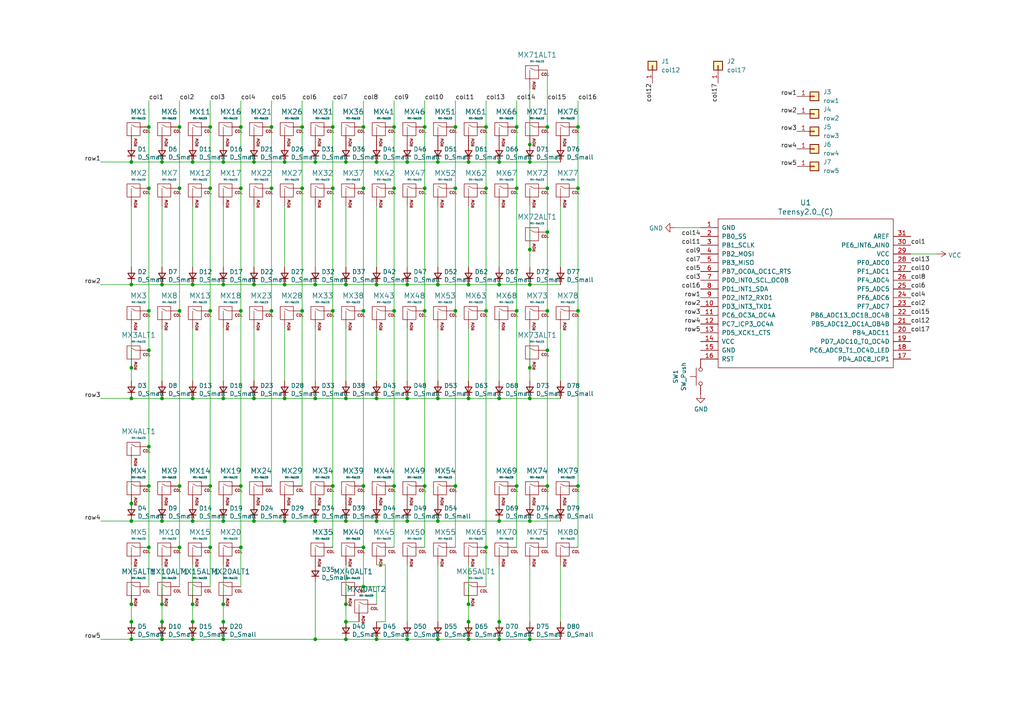
<source format=kicad_sch>
(kicad_sch (version 20211123) (generator eeschema)
  (paper "A4")
  (junction (at 38.1 106.68))
  (junction (at 87.63 36.83))
  (junction (at 132.08 140.97))
  (junction (at 100.33 46.99))
  (junction (at 153.67 72.39))
  (junction (at 52.07 36.83))
  (junction (at 127 151.13))
  (junction (at 158.75 140.97))
  (junction (at 105.41 170.18))
  (junction (at 153.67 82.55))
  (junction (at 105.41 54.61))
  (junction (at 135.89 46.99))
  (junction (at 46.99 175.26))
  (junction (at 135.89 175.26))
  (junction (at 43.18 90.17))
  (junction (at 96.52 36.83))
  (junction (at 69.85 90.17))
  (junction (at 114.3 90.17))
  (junction (at 118.11 151.13))
  (junction (at 64.77 151.13))
  (junction (at 135.89 180.34))
  (junction (at 118.11 185.42))
  (junction (at 46.99 115.57))
  (junction (at 69.85 36.83))
  (junction (at 167.64 140.97))
  (junction (at 153.67 46.99))
  (junction (at 96.52 140.97))
  (junction (at 109.22 115.57))
  (junction (at 109.22 46.99))
  (junction (at 64.77 46.99))
  (junction (at 55.88 115.57))
  (junction (at 46.99 185.42))
  (junction (at 64.77 185.42))
  (junction (at 43.18 158.75))
  (junction (at 149.86 90.17))
  (junction (at 55.88 151.13))
  (junction (at 132.08 90.17))
  (junction (at 167.64 90.17))
  (junction (at 52.07 54.61))
  (junction (at 43.18 140.97))
  (junction (at 100.33 151.13))
  (junction (at 64.77 115.57))
  (junction (at 55.88 82.55))
  (junction (at 153.67 106.68))
  (junction (at 38.1 175.26))
  (junction (at 140.97 54.61))
  (junction (at 123.19 54.61))
  (junction (at 105.41 140.97))
  (junction (at 144.78 46.99))
  (junction (at 55.88 46.99))
  (junction (at 52.07 158.75))
  (junction (at 149.86 54.61))
  (junction (at 105.41 90.17))
  (junction (at 105.41 36.83))
  (junction (at 123.19 140.97))
  (junction (at 60.96 90.17))
  (junction (at 153.67 115.57))
  (junction (at 69.85 140.97))
  (junction (at 153.67 41.91))
  (junction (at 158.75 36.83))
  (junction (at 127 82.55))
  (junction (at 144.78 115.57))
  (junction (at 118.11 46.99))
  (junction (at 140.97 36.83))
  (junction (at 73.66 115.57))
  (junction (at 55.88 180.34))
  (junction (at 38.1 185.42))
  (junction (at 91.44 46.99))
  (junction (at 144.78 185.42))
  (junction (at 100.33 115.57))
  (junction (at 100.33 185.42))
  (junction (at 38.1 180.34))
  (junction (at 60.96 158.75))
  (junction (at 38.1 115.57))
  (junction (at 91.44 185.42))
  (junction (at 153.67 151.13))
  (junction (at 43.18 36.83))
  (junction (at 46.99 46.99))
  (junction (at 118.11 115.57))
  (junction (at 135.89 82.55))
  (junction (at 73.66 151.13))
  (junction (at 118.11 82.55))
  (junction (at 78.74 36.83))
  (junction (at 153.67 185.42))
  (junction (at 43.18 129.54))
  (junction (at 43.18 54.61))
  (junction (at 158.75 54.61))
  (junction (at 123.19 36.83))
  (junction (at 55.88 175.26))
  (junction (at 167.64 36.83))
  (junction (at 135.89 115.57))
  (junction (at 78.74 90.17))
  (junction (at 87.63 90.17))
  (junction (at 82.55 82.55))
  (junction (at 69.85 54.61))
  (junction (at 96.52 54.61))
  (junction (at 109.22 82.55))
  (junction (at 158.75 101.6))
  (junction (at 38.1 46.99))
  (junction (at 52.07 140.97))
  (junction (at 60.96 54.61))
  (junction (at 46.99 151.13))
  (junction (at 82.55 115.57))
  (junction (at 43.18 101.6))
  (junction (at 149.86 36.83))
  (junction (at 167.64 54.61))
  (junction (at 123.19 90.17))
  (junction (at 69.85 158.75))
  (junction (at 60.96 140.97))
  (junction (at 64.77 82.55))
  (junction (at 87.63 54.61))
  (junction (at 144.78 82.55))
  (junction (at 132.08 54.61))
  (junction (at 64.77 175.26))
  (junction (at 38.1 146.05))
  (junction (at 114.3 140.97))
  (junction (at 109.22 151.13))
  (junction (at 100.33 175.26))
  (junction (at 114.3 36.83))
  (junction (at 46.99 82.55))
  (junction (at 158.75 90.17))
  (junction (at 38.1 151.13))
  (junction (at 158.75 67.31))
  (junction (at 91.44 151.13))
  (junction (at 78.74 54.61))
  (junction (at 55.88 185.42))
  (junction (at 114.3 54.61))
  (junction (at 149.86 140.97))
  (junction (at 132.08 36.83))
  (junction (at 91.44 82.55))
  (junction (at 82.55 151.13))
  (junction (at 60.96 36.83))
  (junction (at 73.66 46.99))
  (junction (at 100.33 180.34))
  (junction (at 96.52 90.17))
  (junction (at 140.97 90.17))
  (junction (at 127 185.42))
  (junction (at 135.89 185.42))
  (junction (at 52.07 90.17))
  (junction (at 100.33 82.55))
  (junction (at 109.22 185.42))
  (junction (at 144.78 180.34))
  (junction (at 91.44 115.57))
  (junction (at 46.99 180.34))
  (junction (at 127 46.99))
  (junction (at 64.77 180.34))
  (junction (at 82.55 46.99))
  (junction (at 38.1 82.55))
  (junction (at 105.41 158.75))
  (junction (at 127 115.57))
  (junction (at 140.97 158.75))
  (junction (at 73.66 82.55))
  (junction (at 144.78 151.13))
  (wire (pts (xy 149.86 54.61) (xy 149.86 90.17)))
  (wire (pts (xy 96.52 36.83) (xy 96.52 54.61)))
  (wire (pts (xy 105.41 36.83) (xy 105.41 54.61)))
  (wire (pts (xy 38.1 82.55) (xy 29.21 82.55)))
  (wire (pts (xy 46.99 59.69) (xy 46.99 77.47)))
  (wire (pts (xy 64.77 151.13) (xy 55.88 151.13)))
  (wire (pts (xy 132.08 36.83) (xy 132.08 54.61)))
  (wire (pts (xy 144.78 82.55) (xy 135.89 82.55)))
  (wire (pts (xy 153.67 163.83) (xy 153.67 180.34)))
  (wire (pts (xy 153.67 95.25) (xy 153.67 106.68)))
  (wire (pts (xy 109.22 59.69) (xy 109.22 77.47)))
  (wire (pts (xy 153.67 59.69) (xy 153.67 72.39)))
  (wire (pts (xy 55.88 151.13) (xy 46.99 151.13)))
  (wire (pts (xy 55.88 163.83) (xy 55.88 175.26)))
  (wire (pts (xy 158.75 54.61) (xy 158.75 67.31)))
  (wire (pts (xy 127 151.13) (xy 118.11 151.13)))
  (wire (pts (xy 167.64 36.83) (xy 167.64 54.61)))
  (wire (pts (xy 149.86 90.17) (xy 149.86 140.97)))
  (wire (pts (xy 127 59.69) (xy 127 77.47)))
  (wire (pts (xy 91.44 82.55) (xy 82.55 82.55)))
  (wire (pts (xy 100.33 163.83) (xy 100.33 175.26)))
  (wire (pts (xy 135.89 46.99) (xy 127 46.99)))
  (wire (pts (xy 162.56 95.25) (xy 162.56 110.49)))
  (wire (pts (xy 43.18 158.75) (xy 43.18 170.18)))
  (wire (pts (xy 158.75 20.32) (xy 158.75 36.83)))
  (wire (pts (xy 127 82.55) (xy 118.11 82.55)))
  (wire (pts (xy 109.22 95.25) (xy 109.22 110.49)))
  (wire (pts (xy 144.78 185.42) (xy 153.67 185.42)))
  (wire (pts (xy 132.08 54.61) (xy 132.08 90.17)))
  (wire (pts (xy 46.99 182.88) (xy 46.99 180.34)))
  (wire (pts (xy 60.96 29.21) (xy 60.96 36.83)))
  (wire (pts (xy 167.64 54.61) (xy 167.64 90.17)))
  (wire (pts (xy 38.1 185.42) (xy 29.21 185.42)))
  (wire (pts (xy 87.63 36.83) (xy 87.63 54.61)))
  (wire (pts (xy 73.66 115.57) (xy 64.77 115.57)))
  (wire (pts (xy 153.67 72.39) (xy 153.67 77.47)))
  (wire (pts (xy 109.22 175.26) (xy 109.22 170.18)))
  (wire (pts (xy 55.88 82.55) (xy 46.99 82.55)))
  (wire (pts (xy 87.63 54.61) (xy 87.63 90.17)))
  (wire (pts (xy 73.66 95.25) (xy 73.66 110.49)))
  (wire (pts (xy 118.11 151.13) (xy 109.22 151.13)))
  (wire (pts (xy 140.97 158.75) (xy 140.97 170.18)))
  (wire (pts (xy 144.78 59.69) (xy 144.78 77.47)))
  (wire (pts (xy 153.67 106.68) (xy 153.67 110.49)))
  (wire (pts (xy 100.33 59.69) (xy 100.33 77.47)))
  (wire (pts (xy 100.33 180.34) (xy 104.14 180.34)))
  (wire (pts (xy 91.44 185.42) (xy 100.33 185.42)))
  (wire (pts (xy 52.07 54.61) (xy 52.07 90.17)))
  (wire (pts (xy 82.55 95.25) (xy 82.55 110.49)))
  (wire (pts (xy 158.75 67.31) (xy 158.75 90.17)))
  (wire (pts (xy 96.52 140.97) (xy 96.52 158.75)))
  (wire (pts (xy 52.07 90.17) (xy 52.07 140.97)))
  (wire (pts (xy 105.41 90.17) (xy 105.41 140.97)))
  (wire (pts (xy 64.77 180.34) (xy 64.77 182.88)))
  (wire (pts (xy 105.41 158.75) (xy 105.41 170.18)))
  (wire (pts (xy 46.99 46.99) (xy 38.1 46.99)))
  (wire (pts (xy 52.07 140.97) (xy 52.07 158.75)))
  (wire (pts (xy 140.97 36.83) (xy 140.97 54.61)))
  (wire (pts (xy 60.96 140.97) (xy 60.96 158.75)))
  (wire (pts (xy 162.56 82.55) (xy 153.67 82.55)))
  (wire (pts (xy 46.99 185.42) (xy 38.1 185.42)))
  (wire (pts (xy 78.74 29.21) (xy 78.74 36.83)))
  (wire (pts (xy 43.18 36.83) (xy 43.18 54.61)))
  (wire (pts (xy 118.11 185.42) (xy 109.22 185.42)))
  (wire (pts (xy 52.07 158.75) (xy 52.07 170.18)))
  (wire (pts (xy 140.97 90.17) (xy 140.97 158.75)))
  (wire (pts (xy 140.97 54.61) (xy 140.97 90.17)))
  (wire (pts (xy 38.1 59.69) (xy 38.1 77.47)))
  (wire (pts (xy 144.78 46.99) (xy 135.89 46.99)))
  (wire (pts (xy 69.85 36.83) (xy 69.85 54.61)))
  (wire (pts (xy 123.19 54.61) (xy 123.19 90.17)))
  (wire (pts (xy 100.33 82.55) (xy 91.44 82.55)))
  (wire (pts (xy 46.99 95.25) (xy 46.99 110.49)))
  (wire (pts (xy 38.1 95.25) (xy 38.1 106.68)))
  (wire (pts (xy 135.89 180.34) (xy 135.89 182.88)))
  (wire (pts (xy 123.19 29.21) (xy 123.19 36.83)))
  (wire (pts (xy 127 115.57) (xy 118.11 115.57)))
  (wire (pts (xy 43.18 90.17) (xy 43.18 101.6)))
  (wire (pts (xy 123.19 140.97) (xy 123.19 158.75)))
  (wire (pts (xy 114.3 54.61) (xy 114.3 90.17)))
  (wire (pts (xy 135.89 59.69) (xy 135.89 77.47)))
  (wire (pts (xy 118.11 115.57) (xy 109.22 115.57)))
  (wire (pts (xy 82.55 46.99) (xy 73.66 46.99)))
  (wire (pts (xy 153.67 25.4) (xy 153.67 41.91)))
  (wire (pts (xy 60.96 54.61) (xy 60.96 90.17)))
  (wire (pts (xy 91.44 115.57) (xy 82.55 115.57)))
  (wire (pts (xy 43.18 54.61) (xy 43.18 90.17)))
  (wire (pts (xy 127 163.83) (xy 127 180.34)))
  (wire (pts (xy 60.96 36.83) (xy 60.96 54.61)))
  (wire (pts (xy 114.3 90.17) (xy 114.3 140.97)))
  (wire (pts (xy 64.77 163.83) (xy 64.77 175.26)))
  (wire (pts (xy 55.88 175.26) (xy 55.88 180.34)))
  (wire (pts (xy 64.77 95.25) (xy 64.77 110.49)))
  (wire (pts (xy 73.66 151.13) (xy 64.77 151.13)))
  (wire (pts (xy 132.08 140.97) (xy 132.08 158.75)))
  (wire (pts (xy 46.99 115.57) (xy 38.1 115.57)))
  (wire (pts (xy 64.77 115.57) (xy 55.88 115.57)))
  (wire (pts (xy 111.76 180.34) (xy 109.22 180.34)))
  (wire (pts (xy 82.55 59.69) (xy 82.55 77.47)))
  (wire (pts (xy 43.18 129.54) (xy 43.18 140.97)))
  (wire (pts (xy 109.22 163.83) (xy 111.76 163.83)))
  (wire (pts (xy 158.75 140.97) (xy 158.75 158.75)))
  (wire (pts (xy 82.55 82.55) (xy 73.66 82.55)))
  (wire (pts (xy 38.1 151.13) (xy 29.21 151.13)))
  (wire (pts (xy 118.11 95.25) (xy 118.11 110.49)))
  (wire (pts (xy 78.74 90.17) (xy 78.74 140.97)))
  (wire (pts (xy 118.11 163.83) (xy 118.11 180.34)))
  (wire (pts (xy 132.08 90.17) (xy 132.08 140.97)))
  (wire (pts (xy 46.99 82.55) (xy 38.1 82.55)))
  (wire (pts (xy 135.89 185.42) (xy 127 185.42)))
  (wire (pts (xy 149.86 140.97) (xy 149.86 158.75)))
  (wire (pts (xy 144.78 46.99) (xy 153.67 46.99)))
  (wire (pts (xy 158.75 36.83) (xy 158.75 54.61)))
  (wire (pts (xy 114.3 29.21) (xy 114.3 36.83)))
  (wire (pts (xy 38.1 134.62) (xy 38.1 146.05)))
  (wire (pts (xy 38.1 180.34) (xy 38.1 182.88)))
  (wire (pts (xy 144.78 115.57) (xy 153.67 115.57)))
  (wire (pts (xy 82.55 115.57) (xy 73.66 115.57)))
  (wire (pts (xy 144.78 163.83) (xy 144.78 180.34)))
  (wire (pts (xy 96.52 54.61) (xy 96.52 90.17)))
  (wire (pts (xy 149.86 29.21) (xy 149.86 36.83)))
  (wire (pts (xy 46.99 163.83) (xy 46.99 175.26)))
  (wire (pts (xy 60.96 158.75) (xy 60.96 170.18)))
  (wire (pts (xy 60.96 90.17) (xy 60.96 140.97)))
  (wire (pts (xy 118.11 59.69) (xy 118.11 77.47)))
  (wire (pts (xy 100.33 151.13) (xy 91.44 151.13)))
  (wire (pts (xy 46.99 151.13) (xy 38.1 151.13)))
  (wire (pts (xy 38.1 46.99) (xy 29.21 46.99)))
  (wire (pts (xy 109.22 170.18) (xy 105.41 170.18)))
  (wire (pts (xy 149.86 36.83) (xy 149.86 54.61)))
  (wire (pts (xy 64.77 46.99) (xy 55.88 46.99)))
  (wire (pts (xy 135.89 163.83) (xy 135.89 175.26)))
  (wire (pts (xy 127 185.42) (xy 118.11 185.42)))
  (wire (pts (xy 69.85 54.61) (xy 69.85 90.17)))
  (wire (pts (xy 105.41 140.97) (xy 105.41 158.75)))
  (wire (pts (xy 69.85 90.17) (xy 69.85 140.97)))
  (wire (pts (xy 158.75 101.6) (xy 158.75 140.97)))
  (wire (pts (xy 135.89 175.26) (xy 135.89 180.34)))
  (wire (pts (xy 105.41 54.61) (xy 105.41 90.17)))
  (wire (pts (xy 123.19 90.17) (xy 123.19 140.97)))
  (wire (pts (xy 144.78 185.42) (xy 135.89 185.42)))
  (wire (pts (xy 167.64 29.21) (xy 167.64 36.83)))
  (wire (pts (xy 96.52 90.17) (xy 96.52 140.97)))
  (wire (pts (xy 64.77 59.69) (xy 64.77 77.47)))
  (wire (pts (xy 73.66 46.99) (xy 64.77 46.99)))
  (wire (pts (xy 69.85 140.97) (xy 69.85 158.75)))
  (wire (pts (xy 82.55 151.13) (xy 73.66 151.13)))
  (wire (pts (xy 46.99 180.34) (xy 46.99 175.26)))
  (wire (pts (xy 100.33 180.34) (xy 100.33 182.88)))
  (wire (pts (xy 109.22 115.57) (xy 100.33 115.57)))
  (wire (pts (xy 52.07 29.21) (xy 52.07 36.83)))
  (wire (pts (xy 162.56 185.42) (xy 153.67 185.42)))
  (wire (pts (xy 69.85 29.21) (xy 69.85 36.83)))
  (wire (pts (xy 162.56 59.69) (xy 162.56 77.47)))
  (wire (pts (xy 135.89 115.57) (xy 127 115.57)))
  (wire (pts (xy 109.22 46.99) (xy 100.33 46.99)))
  (wire (pts (xy 91.44 46.99) (xy 82.55 46.99)))
  (wire (pts (xy 135.89 95.25) (xy 135.89 110.49)))
  (wire (pts (xy 38.1 106.68) (xy 38.1 110.49)))
  (wire (pts (xy 109.22 185.42) (xy 100.33 185.42)))
  (wire (pts (xy 55.88 95.25) (xy 55.88 110.49)))
  (wire (pts (xy 78.74 36.83) (xy 78.74 54.61)))
  (wire (pts (xy 144.78 95.25) (xy 144.78 110.49)))
  (wire (pts (xy 87.63 29.21) (xy 87.63 36.83)))
  (wire (pts (xy 91.44 168.91) (xy 91.44 185.42)))
  (wire (pts (xy 73.66 59.69) (xy 73.66 77.47)))
  (wire (pts (xy 114.3 36.83) (xy 114.3 54.61)))
  (wire (pts (xy 111.76 163.83) (xy 111.76 180.34)))
  (wire (pts (xy 55.88 115.57) (xy 46.99 115.57)))
  (wire (pts (xy 38.1 163.83) (xy 38.1 175.26)))
  (wire (pts (xy 38.1 115.57) (xy 29.21 115.57)))
  (wire (pts (xy 162.56 46.99) (xy 153.67 46.99)))
  (wire (pts (xy 100.33 115.57) (xy 91.44 115.57)))
  (wire (pts (xy 64.77 175.26) (xy 64.77 180.34)))
  (wire (pts (xy 162.56 151.13) (xy 153.67 151.13)))
  (wire (pts (xy 64.77 82.55) (xy 55.88 82.55)))
  (wire (pts (xy 167.64 140.97) (xy 167.64 158.75)))
  (wire (pts (xy 132.08 29.21) (xy 132.08 36.83)))
  (wire (pts (xy 123.19 36.83) (xy 123.19 54.61)))
  (wire (pts (xy 167.64 90.17) (xy 167.64 140.97)))
  (wire (pts (xy 162.56 163.83) (xy 162.56 180.34)))
  (wire (pts (xy 64.77 185.42) (xy 55.88 185.42)))
  (wire (pts (xy 162.56 115.57) (xy 153.67 115.57)))
  (wire (pts (xy 73.66 82.55) (xy 64.77 82.55)))
  (wire (pts (xy 43.18 140.97) (xy 43.18 158.75)))
  (wire (pts (xy 118.11 46.99) (xy 109.22 46.99)))
  (wire (pts (xy 100.33 175.26) (xy 100.33 180.34)))
  (wire (pts (xy 144.78 82.55) (xy 153.67 82.55)))
  (wire (pts (xy 109.22 151.13) (xy 100.33 151.13)))
  (wire (pts (xy 55.88 59.69) (xy 55.88 77.47)))
  (wire (pts (xy 55.88 46.99) (xy 46.99 46.99)))
  (wire (pts (xy 91.44 95.25) (xy 91.44 110.49)))
  (wire (pts (xy 144.78 182.88) (xy 144.78 180.34)))
  (wire (pts (xy 38.1 175.26) (xy 38.1 180.34)))
  (wire (pts (xy 43.18 101.6) (xy 43.18 129.54)))
  (wire (pts (xy 158.75 90.17) (xy 158.75 101.6)))
  (wire (pts (xy 144.78 151.13) (xy 153.67 151.13)))
  (wire (pts (xy 127 151.13) (xy 144.78 151.13)))
  (wire (pts (xy 127 95.25) (xy 127 110.49)))
  (wire (pts (xy 127 46.99) (xy 118.11 46.99)))
  (wire (pts (xy 91.44 151.13) (xy 82.55 151.13)))
  (wire (pts (xy 105.41 29.21) (xy 105.41 36.83)))
  (wire (pts (xy 78.74 54.61) (xy 78.74 90.17)))
  (wire (pts (xy 114.3 140.97) (xy 114.3 158.75)))
  (wire (pts (xy 264.16 73.66) (xy 271.78 73.66)))
  (wire (pts (xy 52.07 36.83) (xy 52.07 54.61)))
  (wire (pts (xy 87.63 90.17) (xy 87.63 140.97)))
  (wire (pts (xy 64.77 185.42) (xy 91.44 185.42)))
  (wire (pts (xy 43.18 29.21) (xy 43.18 36.83)))
  (wire (pts (xy 100.33 46.99) (xy 91.44 46.99)))
  (wire (pts (xy 55.88 182.88) (xy 55.88 180.34)))
  (wire (pts (xy 203.2 66.04) (xy 195.58 66.04)))
  (wire (pts (xy 55.88 185.42) (xy 46.99 185.42)))
  (wire (pts (xy 69.85 158.75) (xy 69.85 170.18)))
  (wire (pts (xy 135.89 82.55) (xy 127 82.55)))
  (wire (pts (xy 100.33 95.25) (xy 100.33 110.49)))
  (wire (pts (xy 96.52 29.21) (xy 96.52 36.83)))
  (wire (pts (xy 109.22 82.55) (xy 100.33 82.55)))
  (wire (pts (xy 91.44 59.69) (xy 91.44 77.47)))
  (wire (pts (xy 135.89 115.57) (xy 144.78 115.57)))
  (wire (pts (xy 140.97 29.21) (xy 140.97 36.83)))
  (wire (pts (xy 118.11 82.55) (xy 109.22 82.55)))
  (label "col7" (at 203.2 76.2 180))
  (label "col11" (at 132.08 29.21 0))
  (label "col14" (at 149.86 29.21 0))
  (label "col17" (at 208.28 24.13 270))
  (label "row4" (at 203.2 93.98 180))
  (label "row2" (at 29.21 82.55 180))
  (label "col4" (at 264.16 86.36 0))
  (label "row4" (at 29.21 151.13 180))
  (label "col12" (at 189.23 24.13 270))
  (label "col10" (at 264.16 78.74 0))
  (label "row3" (at 29.21 115.57 180))
  (label "col13" (at 264.16 76.2 0))
  (label "col9" (at 114.3 29.21 0))
  (label "col11" (at 203.2 71.12 180))
  (label "row1" (at 203.2 86.36 180))
  (label "col6" (at 264.16 83.82 0))
  (label "col7" (at 96.52 29.21 0))
  (label "row5" (at 29.21 185.42 180))
  (label "col8" (at 264.16 81.28 0))
  (label "row2" (at 231.14 33.02 180))
  (label "col17" (at 264.16 96.52 0))
  (label "row2" (at 203.2 88.9 180))
  (label "col13" (at 140.97 29.21 0))
  (label "col8" (at 105.41 29.21 0))
  (label "col2" (at 264.16 88.9 0))
  (label "col10" (at 123.19 29.21 0))
  (label "col5" (at 203.2 78.74 180))
  (label "row5" (at 203.2 96.52 180))
  (label "row3" (at 203.2 91.44 180))
  (label "col15" (at 158.75 29.21 0))
  (label "col2" (at 52.07 29.21 0))
  (label "row5" (at 231.14 48.26 180))
  (label "row1" (at 231.14 27.94 180))
  (label "row3" (at 231.14 38.1 180))
  (label "col15" (at 264.16 91.44 0))
  (label "col5" (at 78.74 29.21 0))
  (label "col1" (at 264.16 71.12 0))
  (label "row1" (at 29.21 46.99 180))
  (label "col16" (at 167.64 29.21 0))
  (label "col12" (at 264.16 93.98 0))
  (label "col14" (at 203.2 68.58 180))
  (label "col1" (at 43.18 29.21 0))
  (label "col9" (at 203.2 73.66 180))
  (label "col3" (at 60.96 29.21 0))
  (label "col16" (at 203.2 83.82 180))
  (label "col6" (at 87.63 29.21 0))
  (label "col4" (at 69.85 29.21 0))
  (label "row4" (at 231.14 43.18 180))
  (label "col3" (at 203.2 81.28 180))
  (symbol (lib_id "MX_Alps_Hybrid:MX-NoLED") (at 39.37 38.1 0) (unit 1)
    (property "Reference" "MX1" (at 40.2082 32.4358 0) (effects (font (size 1.524 1.524))))
    (property "Value" "MX-NoLED" (at 40.2082 34.3154 0) (effects (font (size 0.508 0.508))))
    (property "Footprint" "MX Only:MXOnly-1U-NoLED" (effects hide))
  )
  (symbol (lib_id "MX_Alps_Hybrid:MX-NoLED") (at 48.26 38.1 0) (unit 1)
    (property "Reference" "MX6" (at 49.0982 32.4358 0) (effects (font (size 1.524 1.524))))
    (property "Value" "MX-NoLED" (at 49.0982 34.3154 0) (effects (font (size 0.508 0.508))))
    (property "Footprint" "MX Only:MXOnly-1U-NoLED" (effects hide))
  )
  (symbol (lib_id "MX_Alps_Hybrid:MX-NoLED") (at 57.15 38.1 0) (unit 1)
    (property "Reference" "MX11" (at 57.9882 32.4358 0) (effects (font (size 1.524 1.524))))
    (property "Value" "MX-NoLED" (at 57.9882 34.3154 0) (effects (font (size 0.508 0.508))))
    (property "Footprint" "MX Only:MXOnly-1U-NoLED" (effects hide))
  )
  (symbol (lib_id "MX_Alps_Hybrid:MX-NoLED") (at 66.04 38.1 0) (unit 1)
    (property "Reference" "MX16" (at 66.8782 32.4358 0) (effects (font (size 1.524 1.524))))
    (property "Value" "MX-NoLED" (at 66.8782 34.3154 0) (effects (font (size 0.508 0.508))))
    (property "Footprint" "MX Only:MXOnly-1U-NoLED" (effects hide))
  )
  (symbol (lib_id "MX_Alps_Hybrid:MX-NoLED") (at 74.93 38.1 0) (unit 1)
    (property "Reference" "MX21" (at 75.7682 32.4358 0) (effects (font (size 1.524 1.524))))
    (property "Value" "MX-NoLED" (at 75.7682 34.3154 0) (effects (font (size 0.508 0.508))))
    (property "Footprint" "MX Only:MXOnly-1U-NoLED" (effects hide))
  )
  (symbol (lib_id "MX_Alps_Hybrid:MX-NoLED") (at 83.82 38.1 0) (unit 1)
    (property "Reference" "MX26" (at 84.6582 32.4358 0) (effects (font (size 1.524 1.524))))
    (property "Value" "MX-NoLED" (at 84.6582 34.3154 0) (effects (font (size 0.508 0.508))))
    (property "Footprint" "MX Only:MXOnly-1U-NoLED" (effects hide))
  )
  (symbol (lib_id "MX_Alps_Hybrid:MX-NoLED") (at 92.71 38.1 0) (unit 1)
    (property "Reference" "MX31" (at 93.5482 32.4358 0) (effects (font (size 1.524 1.524))))
    (property "Value" "MX-NoLED" (at 93.5482 34.3154 0) (effects (font (size 0.508 0.508))))
    (property "Footprint" "MX Only:MXOnly-1U-NoLED" (effects hide))
  )
  (symbol (lib_id "MX_Alps_Hybrid:MX-NoLED") (at 101.6 38.1 0) (unit 1)
    (property "Reference" "MX36" (at 102.4382 32.4358 0) (effects (font (size 1.524 1.524))))
    (property "Value" "MX-NoLED" (at 102.4382 34.3154 0) (effects (font (size 0.508 0.508))))
    (property "Footprint" "MX Only:MXOnly-1U-NoLED" (effects hide))
  )
  (symbol (lib_id "MX_Alps_Hybrid:MX-NoLED") (at 110.49 38.1 0) (unit 1)
    (property "Reference" "MX41" (at 111.3282 32.4358 0) (effects (font (size 1.524 1.524))))
    (property "Value" "MX-NoLED" (at 111.3282 34.3154 0) (effects (font (size 0.508 0.508))))
    (property "Footprint" "MX Only:MXOnly-1U-NoLED" (effects hide))
  )
  (symbol (lib_id "MX_Alps_Hybrid:MX-NoLED") (at 119.38 38.1 0) (unit 1)
    (property "Reference" "MX46" (at 120.2182 32.4358 0) (effects (font (size 1.524 1.524))))
    (property "Value" "MX-NoLED" (at 120.2182 34.3154 0) (effects (font (size 0.508 0.508))))
    (property "Footprint" "MX Only:MXOnly-1U-NoLED" (effects hide))
  )
  (symbol (lib_id "MX_Alps_Hybrid:MX-NoLED") (at 128.27 38.1 0) (unit 1)
    (property "Reference" "MX51" (at 129.1082 32.4358 0) (effects (font (size 1.524 1.524))))
    (property "Value" "MX-NoLED" (at 129.1082 34.3154 0) (effects (font (size 0.508 0.508))))
    (property "Footprint" "MX Only:MXOnly-1U-NoLED" (effects hide))
  )
  (symbol (lib_id "MX_Alps_Hybrid:MX-NoLED") (at 137.16 38.1 0) (unit 1)
    (property "Reference" "MX61" (at 137.9982 32.4358 0) (effects (font (size 1.524 1.524))))
    (property "Value" "MX-NoLED" (at 137.9982 34.3154 0) (effects (font (size 0.508 0.508))))
    (property "Footprint" "MX Only:MXOnly-1U-NoLED" (effects hide))
  )
  (symbol (lib_id "MX_Alps_Hybrid:MX-NoLED") (at 146.05 38.1 0) (unit 1)
    (property "Reference" "MX66" (at 146.8882 32.4358 0) (effects (font (size 1.524 1.524))))
    (property "Value" "MX-NoLED" (at 146.8882 34.3154 0) (effects (font (size 0.508 0.508))))
    (property "Footprint" "MX Only:MXOnly-1U-NoLED" (effects hide))
  )
  (symbol (lib_id "MX_Alps_Hybrid:MX-NoLED") (at 154.94 38.1 0) (unit 1)
    (property "Reference" "MX71" (at 155.7782 32.4358 0) (effects (font (size 1.524 1.524))))
    (property "Value" "MX-NoLED" (at 155.7782 34.3154 0) (effects (font (size 0.508 0.508))))
    (property "Footprint" "MX Only:MXOnly-2U-NoLED" (effects hide))
  )
  (symbol (lib_id "MX_Alps_Hybrid:MX-NoLED") (at 163.83 38.1 0) (unit 1)
    (property "Reference" "MX76" (at 164.6682 32.4358 0) (effects (font (size 1.524 1.524))))
    (property "Value" "MX-NoLED" (at 164.6682 34.3154 0) (effects (font (size 0.508 0.508))))
    (property "Footprint" "MX Only:MXOnly-1U-NoLED" (effects hide))
  )
  (symbol (lib_id "Device:D_Small") (at 38.1 44.45 90) (unit 1)
    (property "Reference" "D1" (at 39.878 43.2816 90) (effects (justify right)))
    (property "Value" "D_Small" (at 39.878 45.593 90) (effects (justify right)))
    (property "Footprint" "Keebio:Diode-hybrid-3pad" (effects hide))
  )
  (symbol (lib_id "Device:D_Small") (at 46.99 44.45 90) (unit 1)
    (property "Reference" "D6" (at 48.768 43.2816 90) (effects (justify right)))
    (property "Value" "D_Small" (at 48.768 45.593 90) (effects (justify right)))
    (property "Footprint" "Keebio:Diode-hybrid-3pad" (effects hide))
  )
  (symbol (lib_id "Device:D_Small") (at 55.88 44.45 90) (unit 1)
    (property "Reference" "D11" (at 57.658 43.2816 90) (effects (justify right)))
    (property "Value" "D_Small" (at 57.658 45.593 90) (effects (justify right)))
    (property "Footprint" "Keebio:Diode-hybrid-3pad" (effects hide))
  )
  (symbol (lib_id "Device:D_Small") (at 64.77 44.45 90) (unit 1)
    (property "Reference" "D16" (at 66.548 43.2816 90) (effects (justify right)))
    (property "Value" "D_Small" (at 66.548 45.593 90) (effects (justify right)))
    (property "Footprint" "Keebio:Diode-hybrid-3pad" (effects hide))
  )
  (symbol (lib_id "Device:D_Small") (at 73.66 44.45 90) (unit 1)
    (property "Reference" "D21" (at 75.438 43.2816 90) (effects (justify right)))
    (property "Value" "D_Small" (at 75.438 45.593 90) (effects (justify right)))
    (property "Footprint" "Keebio:Diode-hybrid-3pad" (effects hide))
  )
  (symbol (lib_id "Device:D_Small") (at 82.55 44.45 90) (unit 1)
    (property "Reference" "D26" (at 84.328 43.2816 90) (effects (justify right)))
    (property "Value" "D_Small" (at 84.328 45.593 90) (effects (justify right)))
    (property "Footprint" "Keebio:Diode-hybrid-3pad" (effects hide))
  )
  (symbol (lib_id "Device:D_Small") (at 91.44 44.45 90) (unit 1)
    (property "Reference" "D31" (at 93.218 43.2816 90) (effects (justify right)))
    (property "Value" "D_Small" (at 93.218 45.593 90) (effects (justify right)))
    (property "Footprint" "Keebio:Diode-hybrid-3pad" (effects hide))
  )
  (symbol (lib_id "Device:D_Small") (at 100.33 44.45 90) (unit 1)
    (property "Reference" "D36" (at 102.108 43.2816 90) (effects (justify right)))
    (property "Value" "D_Small" (at 102.108 45.593 90) (effects (justify right)))
    (property "Footprint" "Keebio:Diode-hybrid-3pad" (effects hide))
  )
  (symbol (lib_id "Device:D_Small") (at 109.22 44.45 90) (unit 1)
    (property "Reference" "D41" (at 110.998 43.2816 90) (effects (justify right)))
    (property "Value" "D_Small" (at 110.998 45.593 90) (effects (justify right)))
    (property "Footprint" "Keebio:Diode-hybrid-3pad" (effects hide))
  )
  (symbol (lib_id "Device:D_Small") (at 118.11 44.45 90) (unit 1)
    (property "Reference" "D46" (at 119.888 43.2816 90) (effects (justify right)))
    (property "Value" "D_Small" (at 119.888 45.593 90) (effects (justify right)))
    (property "Footprint" "Keebio:Diode-hybrid-3pad" (effects hide))
  )
  (symbol (lib_id "Device:D_Small") (at 127 44.45 90) (unit 1)
    (property "Reference" "D51" (at 128.778 43.2816 90) (effects (justify right)))
    (property "Value" "D_Small" (at 128.778 45.593 90) (effects (justify right)))
    (property "Footprint" "Keebio:Diode-hybrid-3pad" (effects hide))
  )
  (symbol (lib_id "Device:D_Small") (at 135.89 44.45 90) (unit 1)
    (property "Reference" "D61" (at 137.668 43.2816 90) (effects (justify right)))
    (property "Value" "D_Small" (at 137.668 45.593 90) (effects (justify right)))
    (property "Footprint" "Keebio:Diode-hybrid-3pad" (effects hide))
  )
  (symbol (lib_id "Device:D_Small") (at 144.78 44.45 90) (unit 1)
    (property "Reference" "D66" (at 146.558 43.2816 90) (effects (justify right)))
    (property "Value" "D_Small" (at 146.558 45.593 90) (effects (justify right)))
    (property "Footprint" "Keebio:Diode-hybrid-3pad" (effects hide))
  )
  (symbol (lib_id "Device:D_Small") (at 153.67 44.45 90) (unit 1)
    (property "Reference" "D71" (at 155.448 43.2816 90) (effects (justify right)))
    (property "Value" "D_Small" (at 155.448 45.593 90) (effects (justify right)))
    (property "Footprint" "Keebio:Diode-hybrid-3pad" (effects hide))
  )
  (symbol (lib_id "Device:D_Small") (at 162.56 44.45 90) (unit 1)
    (property "Reference" "D76" (at 164.338 43.2816 90) (effects (justify right)))
    (property "Value" "D_Small" (at 164.338 45.593 90) (effects (justify right)))
    (property "Footprint" "Keebio:Diode-hybrid-3pad" (effects hide))
  )
  (symbol (lib_id "MX_Alps_Hybrid:MX-NoLED") (at 39.37 55.88 0) (unit 1)
    (property "Reference" "MX2" (at 40.2082 50.2158 0) (effects (font (size 1.524 1.524))))
    (property "Value" "MX-NoLED" (at 40.2082 52.0954 0) (effects (font (size 0.508 0.508))))
    (property "Footprint" "MX Only:MXOnly-1.5U-NoLED" (effects hide))
  )
  (symbol (lib_id "MX_Alps_Hybrid:MX-NoLED") (at 48.26 55.88 0) (unit 1)
    (property "Reference" "MX7" (at 49.0982 50.2158 0) (effects (font (size 1.524 1.524))))
    (property "Value" "MX-NoLED" (at 49.0982 52.0954 0) (effects (font (size 0.508 0.508))))
    (property "Footprint" "MX Only:MXOnly-1U-NoLED" (effects hide))
  )
  (symbol (lib_id "MX_Alps_Hybrid:MX-NoLED") (at 57.15 55.88 0) (unit 1)
    (property "Reference" "MX12" (at 57.9882 50.2158 0) (effects (font (size 1.524 1.524))))
    (property "Value" "MX-NoLED" (at 57.9882 52.0954 0) (effects (font (size 0.508 0.508))))
    (property "Footprint" "MX Only:MXOnly-1U-NoLED" (effects hide))
  )
  (symbol (lib_id "MX_Alps_Hybrid:MX-NoLED") (at 66.04 55.88 0) (unit 1)
    (property "Reference" "MX17" (at 66.8782 50.2158 0) (effects (font (size 1.524 1.524))))
    (property "Value" "MX-NoLED" (at 66.8782 52.0954 0) (effects (font (size 0.508 0.508))))
    (property "Footprint" "MX Only:MXOnly-1U-NoLED" (effects hide))
  )
  (symbol (lib_id "MX_Alps_Hybrid:MX-NoLED") (at 74.93 55.88 0) (unit 1)
    (property "Reference" "MX22" (at 75.7682 50.2158 0) (effects (font (size 1.524 1.524))))
    (property "Value" "MX-NoLED" (at 75.7682 52.0954 0) (effects (font (size 0.508 0.508))))
    (property "Footprint" "MX Only:MXOnly-1U-NoLED" (effects hide))
  )
  (symbol (lib_id "MX_Alps_Hybrid:MX-NoLED") (at 83.82 55.88 0) (unit 1)
    (property "Reference" "MX27" (at 84.6582 50.2158 0) (effects (font (size 1.524 1.524))))
    (property "Value" "MX-NoLED" (at 84.6582 52.0954 0) (effects (font (size 0.508 0.508))))
    (property "Footprint" "MX Only:MXOnly-1U-NoLED" (effects hide))
  )
  (symbol (lib_id "MX_Alps_Hybrid:MX-NoLED") (at 92.71 55.88 0) (unit 1)
    (property "Reference" "MX32" (at 93.5482 50.2158 0) (effects (font (size 1.524 1.524))))
    (property "Value" "MX-NoLED" (at 93.5482 52.0954 0) (effects (font (size 0.508 0.508))))
    (property "Footprint" "MX Only:MXOnly-1U-NoLED" (effects hide))
  )
  (symbol (lib_id "MX_Alps_Hybrid:MX-NoLED") (at 101.6 55.88 0) (unit 1)
    (property "Reference" "MX37" (at 102.4382 50.2158 0) (effects (font (size 1.524 1.524))))
    (property "Value" "MX-NoLED" (at 102.4382 52.0954 0) (effects (font (size 0.508 0.508))))
    (property "Footprint" "MX Only:MXOnly-1U-NoLED" (effects hide))
  )
  (symbol (lib_id "MX_Alps_Hybrid:MX-NoLED") (at 110.49 55.88 0) (unit 1)
    (property "Reference" "MX42" (at 111.3282 50.2158 0) (effects (font (size 1.524 1.524))))
    (property "Value" "MX-NoLED" (at 111.3282 52.0954 0) (effects (font (size 0.508 0.508))))
    (property "Footprint" "MX Only:MXOnly-1U-NoLED" (effects hide))
  )
  (symbol (lib_id "MX_Alps_Hybrid:MX-NoLED") (at 119.38 55.88 0) (unit 1)
    (property "Reference" "MX47" (at 120.2182 50.2158 0) (effects (font (size 1.524 1.524))))
    (property "Value" "MX-NoLED" (at 120.2182 52.0954 0) (effects (font (size 0.508 0.508))))
    (property "Footprint" "MX Only:MXOnly-1U-NoLED" (effects hide))
  )
  (symbol (lib_id "MX_Alps_Hybrid:MX-NoLED") (at 128.27 55.88 0) (unit 1)
    (property "Reference" "MX52" (at 129.1082 50.2158 0) (effects (font (size 1.524 1.524))))
    (property "Value" "MX-NoLED" (at 129.1082 52.0954 0) (effects (font (size 0.508 0.508))))
    (property "Footprint" "MX Only:MXOnly-1U-NoLED" (effects hide))
  )
  (symbol (lib_id "MX_Alps_Hybrid:MX-NoLED") (at 137.16 55.88 0) (unit 1)
    (property "Reference" "MX62" (at 137.9982 50.2158 0) (effects (font (size 1.524 1.524))))
    (property "Value" "MX-NoLED" (at 137.9982 52.0954 0) (effects (font (size 0.508 0.508))))
    (property "Footprint" "MX Only:MXOnly-1U-NoLED" (effects hide))
  )
  (symbol (lib_id "MX_Alps_Hybrid:MX-NoLED") (at 146.05 55.88 0) (unit 1)
    (property "Reference" "MX67" (at 146.8882 50.2158 0) (effects (font (size 1.524 1.524))))
    (property "Value" "MX-NoLED" (at 146.8882 52.0954 0) (effects (font (size 0.508 0.508))))
    (property "Footprint" "MX Only:MXOnly-1U-NoLED" (effects hide))
  )
  (symbol (lib_id "MX_Alps_Hybrid:MX-NoLED") (at 154.94 55.88 0) (unit 1)
    (property "Reference" "MX72" (at 155.7782 50.2158 0) (effects (font (size 1.524 1.524))))
    (property "Value" "MX-NoLED" (at 155.7782 52.0954 0) (effects (font (size 0.508 0.508))))
    (property "Footprint" "MX Only:MXOnly-1.5U-Vertical-NoLED" (effects hide))
  )
  (symbol (lib_id "MX_Alps_Hybrid:MX-NoLED") (at 163.83 55.88 0) (unit 1)
    (property "Reference" "MX77" (at 164.6682 50.2158 0) (effects (font (size 1.524 1.524))))
    (property "Value" "MX-NoLED" (at 164.6682 52.0954 0) (effects (font (size 0.508 0.508))))
    (property "Footprint" "MX Only:MXOnly-1U-NoLED" (effects hide))
  )
  (symbol (lib_id "Device:D_Small") (at 38.1 80.01 90) (unit 1)
    (property "Reference" "D2" (at 39.878 78.8416 90) (effects (justify right)))
    (property "Value" "D_Small" (at 39.878 81.153 90) (effects (justify right)))
    (property "Footprint" "Keebio:Diode-hybrid-3pad" (effects hide))
  )
  (symbol (lib_id "Device:D_Small") (at 46.99 80.01 90) (unit 1)
    (property "Reference" "D7" (at 48.768 78.8416 90) (effects (justify right)))
    (property "Value" "D_Small" (at 48.768 81.153 90) (effects (justify right)))
    (property "Footprint" "Keebio:Diode-hybrid-3pad" (effects hide))
  )
  (symbol (lib_id "Device:D_Small") (at 55.88 80.01 90) (unit 1)
    (property "Reference" "D12" (at 57.658 78.8416 90) (effects (justify right)))
    (property "Value" "D_Small" (at 57.658 81.153 90) (effects (justify right)))
    (property "Footprint" "Keebio:Diode-hybrid-3pad" (effects hide))
  )
  (symbol (lib_id "Device:D_Small") (at 64.77 80.01 90) (unit 1)
    (property "Reference" "D17" (at 66.548 78.8416 90) (effects (justify right)))
    (property "Value" "D_Small" (at 66.548 81.153 90) (effects (justify right)))
    (property "Footprint" "Keebio:Diode-hybrid-3pad" (effects hide))
  )
  (symbol (lib_id "Device:D_Small") (at 73.66 80.01 90) (unit 1)
    (property "Reference" "D22" (at 75.438 78.8416 90) (effects (justify right)))
    (property "Value" "D_Small" (at 75.438 81.153 90) (effects (justify right)))
    (property "Footprint" "Keebio:Diode-hybrid-3pad" (effects hide))
  )
  (symbol (lib_id "Device:D_Small") (at 82.55 80.01 90) (unit 1)
    (property "Reference" "D27" (at 84.328 78.8416 90) (effects (justify right)))
    (property "Value" "D_Small" (at 84.328 81.153 90) (effects (justify right)))
    (property "Footprint" "Keebio:Diode-hybrid-3pad" (effects hide))
  )
  (symbol (lib_id "Device:D_Small") (at 91.44 80.01 90) (unit 1)
    (property "Reference" "D32" (at 93.218 78.8416 90) (effects (justify right)))
    (property "Value" "D_Small" (at 93.218 81.153 90) (effects (justify right)))
    (property "Footprint" "Keebio:Diode-hybrid-3pad" (effects hide))
  )
  (symbol (lib_id "Device:D_Small") (at 100.33 80.01 90) (unit 1)
    (property "Reference" "D37" (at 102.108 78.8416 90) (effects (justify right)))
    (property "Value" "D_Small" (at 102.108 81.153 90) (effects (justify right)))
    (property "Footprint" "Keebio:Diode-hybrid-3pad" (effects hide))
  )
  (symbol (lib_id "Device:D_Small") (at 109.22 80.01 90) (unit 1)
    (property "Reference" "D42" (at 110.998 78.8416 90) (effects (justify right)))
    (property "Value" "D_Small" (at 110.998 81.153 90) (effects (justify right)))
    (property "Footprint" "Keebio:Diode-hybrid-3pad" (effects hide))
  )
  (symbol (lib_id "Device:D_Small") (at 118.11 80.01 90) (unit 1)
    (property "Reference" "D47" (at 119.888 78.8416 90) (effects (justify right)))
    (property "Value" "D_Small" (at 119.888 81.153 90) (effects (justify right)))
    (property "Footprint" "Keebio:Diode-hybrid-3pad" (effects hide))
  )
  (symbol (lib_id "Device:D_Small") (at 127 80.01 90) (unit 1)
    (property "Reference" "D52" (at 128.778 78.8416 90) (effects (justify right)))
    (property "Value" "D_Small" (at 128.778 81.153 90) (effects (justify right)))
    (property "Footprint" "Keebio:Diode-hybrid-3pad" (effects hide))
  )
  (symbol (lib_id "Device:D_Small") (at 135.89 80.01 90) (unit 1)
    (property "Reference" "D62" (at 137.668 78.8416 90) (effects (justify right)))
    (property "Value" "D_Small" (at 137.668 81.153 90) (effects (justify right)))
    (property "Footprint" "Keebio:Diode-hybrid-3pad" (effects hide))
  )
  (symbol (lib_id "Device:D_Small") (at 144.78 80.01 90) (unit 1)
    (property "Reference" "D67" (at 146.558 78.8416 90) (effects (justify right)))
    (property "Value" "D_Small" (at 146.558 81.153 90) (effects (justify right)))
    (property "Footprint" "Keebio:Diode-hybrid-3pad" (effects hide))
  )
  (symbol (lib_id "Device:D_Small") (at 153.67 80.01 90) (unit 1)
    (property "Reference" "D72" (at 155.448 78.8416 90) (effects (justify right)))
    (property "Value" "D_Small" (at 155.448 81.153 90) (effects (justify right)))
    (property "Footprint" "Keebio:Diode-hybrid-3pad" (effects hide))
  )
  (symbol (lib_id "Device:D_Small") (at 162.56 80.01 90) (unit 1)
    (property "Reference" "D77" (at 164.338 78.8416 90) (effects (justify right)))
    (property "Value" "D_Small" (at 164.338 81.153 90) (effects (justify right)))
    (property "Footprint" "Keebio:Diode-hybrid-3pad" (effects hide))
  )
  (symbol (lib_id "MX_Alps_Hybrid:MX-NoLED") (at 39.37 91.44 0) (unit 1)
    (property "Reference" "MX3" (at 40.2082 85.7758 0) (effects (font (size 1.524 1.524))))
    (property "Value" "MX-NoLED" (at 40.2082 87.6554 0) (effects (font (size 0.508 0.508))))
    (property "Footprint" "MX Only:MXOnly-1.75U-NoLED" (effects hide))
  )
  (symbol (lib_id "MX_Alps_Hybrid:MX-NoLED") (at 48.26 91.44 0) (unit 1)
    (property "Reference" "MX8" (at 49.0982 85.7758 0) (effects (font (size 1.524 1.524))))
    (property "Value" "MX-NoLED" (at 49.0982 87.6554 0) (effects (font (size 0.508 0.508))))
    (property "Footprint" "MX Only:MXOnly-1U-NoLED" (effects hide))
  )
  (symbol (lib_id "MX_Alps_Hybrid:MX-NoLED") (at 57.15 91.44 0) (unit 1)
    (property "Reference" "MX13" (at 57.9882 85.7758 0) (effects (font (size 1.524 1.524))))
    (property "Value" "MX-NoLED" (at 57.9882 87.6554 0) (effects (font (size 0.508 0.508))))
    (property "Footprint" "MX Only:MXOnly-1U-NoLED" (effects hide))
  )
  (symbol (lib_id "MX_Alps_Hybrid:MX-NoLED") (at 66.04 91.44 0) (unit 1)
    (property "Reference" "MX18" (at 66.8782 85.7758 0) (effects (font (size 1.524 1.524))))
    (property "Value" "MX-NoLED" (at 66.8782 87.6554 0) (effects (font (size 0.508 0.508))))
    (property "Footprint" "MX Only:MXOnly-1U-NoLED" (effects hide))
  )
  (symbol (lib_id "MX_Alps_Hybrid:MX-NoLED") (at 74.93 91.44 0) (unit 1)
    (property "Reference" "MX23" (at 75.7682 85.7758 0) (effects (font (size 1.524 1.524))))
    (property "Value" "MX-NoLED" (at 75.7682 87.6554 0) (effects (font (size 0.508 0.508))))
    (property "Footprint" "MX Only:MXOnly-1U-NoLED" (effects hide))
  )
  (symbol (lib_id "MX_Alps_Hybrid:MX-NoLED") (at 83.82 91.44 0) (unit 1)
    (property "Reference" "MX28" (at 84.6582 85.7758 0) (effects (font (size 1.524 1.524))))
    (property "Value" "MX-NoLED" (at 84.6582 87.6554 0) (effects (font (size 0.508 0.508))))
    (property "Footprint" "MX Only:MXOnly-1U-NoLED" (effects hide))
  )
  (symbol (lib_id "MX_Alps_Hybrid:MX-NoLED") (at 92.71 91.44 0) (unit 1)
    (property "Reference" "MX33" (at 93.5482 85.7758 0) (effects (font (size 1.524 1.524))))
    (property "Value" "MX-NoLED" (at 93.5482 87.6554 0) (effects (font (size 0.508 0.508))))
    (property "Footprint" "MX Only:MXOnly-1U-NoLED" (effects hide))
  )
  (symbol (lib_id "MX_Alps_Hybrid:MX-NoLED") (at 101.6 91.44 0) (unit 1)
    (property "Reference" "MX38" (at 102.4382 85.7758 0) (effects (font (size 1.524 1.524))))
    (property "Value" "MX-NoLED" (at 102.4382 87.6554 0) (effects (font (size 0.508 0.508))))
    (property "Footprint" "MX Only:MXOnly-1U-NoLED" (effects hide))
  )
  (symbol (lib_id "MX_Alps_Hybrid:MX-NoLED") (at 110.49 91.44 0) (unit 1)
    (property "Reference" "MX43" (at 111.3282 85.7758 0) (effects (font (size 1.524 1.524))))
    (property "Value" "MX-NoLED" (at 111.3282 87.6554 0) (effects (font (size 0.508 0.508))))
    (property "Footprint" "MX Only:MXOnly-1U-NoLED" (effects hide))
  )
  (symbol (lib_id "MX_Alps_Hybrid:MX-NoLED") (at 119.38 91.44 0) (unit 1)
    (property "Reference" "MX48" (at 120.2182 85.7758 0) (effects (font (size 1.524 1.524))))
    (property "Value" "MX-NoLED" (at 120.2182 87.6554 0) (effects (font (size 0.508 0.508))))
    (property "Footprint" "MX Only:MXOnly-1U-NoLED" (effects hide))
  )
  (symbol (lib_id "MX_Alps_Hybrid:MX-NoLED") (at 128.27 91.44 0) (unit 1)
    (property "Reference" "MX53" (at 129.1082 85.7758 0) (effects (font (size 1.524 1.524))))
    (property "Value" "MX-NoLED" (at 129.1082 87.6554 0) (effects (font (size 0.508 0.508))))
    (property "Footprint" "MX Only:MXOnly-1U-NoLED" (effects hide))
  )
  (symbol (lib_id "MX_Alps_Hybrid:MX-NoLED") (at 137.16 91.44 0) (unit 1)
    (property "Reference" "MX63" (at 137.9982 85.7758 0) (effects (font (size 1.524 1.524))))
    (property "Value" "MX-NoLED" (at 137.9982 87.6554 0) (effects (font (size 0.508 0.508))))
    (property "Footprint" "MX Only:MXOnly-1U-NoLED" (effects hide))
  )
  (symbol (lib_id "MX_Alps_Hybrid:MX-NoLED") (at 154.94 91.44 0) (unit 1)
    (property "Reference" "MX73" (at 155.7782 85.7758 0) (effects (font (size 1.524 1.524))))
    (property "Value" "MX-NoLED" (at 155.7782 87.6554 0) (effects (font (size 0.508 0.508))))
    (property "Footprint" "MX Only:MXOnly-2.25U-NoLED" (effects hide))
  )
  (symbol (lib_id "MX_Alps_Hybrid:MX-NoLED") (at 163.83 91.44 0) (unit 1)
    (property "Reference" "MX78" (at 164.6682 85.7758 0) (effects (font (size 1.524 1.524))))
    (property "Value" "MX-NoLED" (at 164.6682 87.6554 0) (effects (font (size 0.508 0.508))))
    (property "Footprint" "MX Only:MXOnly-1U-NoLED" (effects hide))
  )
  (symbol (lib_id "Device:D_Small") (at 38.1 113.03 90) (unit 1)
    (property "Reference" "D3" (at 39.878 111.8616 90) (effects (justify right)))
    (property "Value" "D_Small" (at 39.878 114.173 90) (effects (justify right)))
    (property "Footprint" "Keebio:Diode-hybrid-3pad" (effects hide))
  )
  (symbol (lib_id "Device:D_Small") (at 46.99 113.03 90) (unit 1)
    (property "Reference" "D8" (at 48.768 111.8616 90) (effects (justify right)))
    (property "Value" "D_Small" (at 48.768 114.173 90) (effects (justify right)))
    (property "Footprint" "Keebio:Diode-hybrid-3pad" (effects hide))
  )
  (symbol (lib_id "Device:D_Small") (at 55.88 113.03 90) (unit 1)
    (property "Reference" "D13" (at 57.658 111.8616 90) (effects (justify right)))
    (property "Value" "D_Small" (at 57.658 114.173 90) (effects (justify right)))
    (property "Footprint" "Keebio:Diode-hybrid-3pad" (effects hide))
  )
  (symbol (lib_id "Device:D_Small") (at 64.77 113.03 90) (unit 1)
    (property "Reference" "D18" (at 66.548 111.8616 90) (effects (justify right)))
    (property "Value" "D_Small" (at 66.548 114.173 90) (effects (justify right)))
    (property "Footprint" "Keebio:Diode-hybrid-3pad" (effects hide))
  )
  (symbol (lib_id "Device:D_Small") (at 73.66 113.03 90) (unit 1)
    (property "Reference" "D23" (at 75.438 111.8616 90) (effects (justify right)))
    (property "Value" "D_Small" (at 75.438 114.173 90) (effects (justify right)))
    (property "Footprint" "Keebio:Diode-hybrid-3pad" (effects hide))
  )
  (symbol (lib_id "Device:D_Small") (at 82.55 113.03 90) (unit 1)
    (property "Reference" "D28" (at 84.328 111.8616 90) (effects (justify right)))
    (property "Value" "D_Small" (at 84.328 114.173 90) (effects (justify right)))
    (property "Footprint" "Keebio:Diode-hybrid-3pad" (effects hide))
  )
  (symbol (lib_id "Device:D_Small") (at 91.44 113.03 90) (unit 1)
    (property "Reference" "D33" (at 93.218 111.8616 90) (effects (justify right)))
    (property "Value" "D_Small" (at 93.218 114.173 90) (effects (justify right)))
    (property "Footprint" "Keebio:Diode-hybrid-3pad" (effects hide))
  )
  (symbol (lib_id "Device:D_Small") (at 100.33 113.03 90) (unit 1)
    (property "Reference" "D38" (at 102.108 111.8616 90) (effects (justify right)))
    (property "Value" "D_Small" (at 102.108 114.173 90) (effects (justify right)))
    (property "Footprint" "Keebio:Diode-hybrid-3pad" (effects hide))
  )
  (symbol (lib_id "Device:D_Small") (at 109.22 113.03 90) (unit 1)
    (property "Reference" "D43" (at 110.998 111.8616 90) (effects (justify right)))
    (property "Value" "D_Small" (at 110.998 114.173 90) (effects (justify right)))
    (property "Footprint" "Keebio:Diode-hybrid-3pad" (effects hide))
  )
  (symbol (lib_id "Device:D_Small") (at 118.11 113.03 90) (unit 1)
    (property "Reference" "D48" (at 119.888 111.8616 90) (effects (justify right)))
    (property "Value" "D_Small" (at 119.888 114.173 90) (effects (justify right)))
    (property "Footprint" "Keebio:Diode-hybrid-3pad" (effects hide))
  )
  (symbol (lib_id "Device:D_Small") (at 127 113.03 90) (unit 1)
    (property "Reference" "D53" (at 128.778 111.8616 90) (effects (justify right)))
    (property "Value" "D_Small" (at 128.778 114.173 90) (effects (justify right)))
    (property "Footprint" "Keebio:Diode-hybrid-3pad" (effects hide))
  )
  (symbol (lib_id "Device:D_Small") (at 135.89 113.03 90) (unit 1)
    (property "Reference" "D63" (at 137.668 111.8616 90) (effects (justify right)))
    (property "Value" "D_Small" (at 137.668 114.173 90) (effects (justify right)))
    (property "Footprint" "Keebio:Diode-hybrid-3pad" (effects hide))
  )
  (symbol (lib_id "Device:D_Small") (at 153.67 113.03 90) (unit 1)
    (property "Reference" "D73" (at 155.448 111.8616 90) (effects (justify right)))
    (property "Value" "D_Small" (at 155.448 114.173 90) (effects (justify right)))
    (property "Footprint" "Keebio:Diode-hybrid-3pad" (effects hide))
  )
  (symbol (lib_id "Device:D_Small") (at 162.56 113.03 90) (unit 1)
    (property "Reference" "D78" (at 164.338 111.8616 90) (effects (justify right)))
    (property "Value" "D_Small" (at 164.338 114.173 90) (effects (justify right)))
    (property "Footprint" "Keebio:Diode-hybrid-3pad" (effects hide))
  )
  (symbol (lib_id "MX_Alps_Hybrid:MX-NoLED") (at 39.37 142.24 0) (unit 1)
    (property "Reference" "MX4" (at 40.2082 136.5758 0) (effects (font (size 1.524 1.524))))
    (property "Value" "MX-NoLED" (at 40.2082 138.4554 0) (effects (font (size 0.508 0.508))))
    (property "Footprint" "MX Only:MXOnly-2.25U-NoLED" (effects hide))
  )
  (symbol (lib_id "MX_Alps_Hybrid:MX-NoLED") (at 48.26 142.24 0) (unit 1)
    (property "Reference" "MX9" (at 49.0982 136.5758 0) (effects (font (size 1.524 1.524))))
    (property "Value" "MX-NoLED" (at 49.0982 138.4554 0) (effects (font (size 0.508 0.508))))
    (property "Footprint" "MX Only:MXOnly-1U-NoLED" (effects hide))
  )
  (symbol (lib_id "MX_Alps_Hybrid:MX-NoLED") (at 57.15 142.24 0) (unit 1)
    (property "Reference" "MX14" (at 57.9882 136.5758 0) (effects (font (size 1.524 1.524))))
    (property "Value" "MX-NoLED" (at 57.9882 138.4554 0) (effects (font (size 0.508 0.508))))
    (property "Footprint" "MX Only:MXOnly-1U-NoLED" (effects hide))
  )
  (symbol (lib_id "MX_Alps_Hybrid:MX-NoLED") (at 66.04 142.24 0) (unit 1)
    (property "Reference" "MX19" (at 66.8782 136.5758 0) (effects (font (size 1.524 1.524))))
    (property "Value" "MX-NoLED" (at 66.8782 138.4554 0) (effects (font (size 0.508 0.508))))
    (property "Footprint" "MX Only:MXOnly-1U-NoLED" (effects hide))
  )
  (symbol (lib_id "MX_Alps_Hybrid:MX-NoLED") (at 74.93 142.24 0) (unit 1)
    (property "Reference" "MX24" (at 75.7682 136.5758 0) (effects (font (size 1.524 1.524))))
    (property "Value" "MX-NoLED" (at 75.7682 138.4554 0) (effects (font (size 0.508 0.508))))
    (property "Footprint" "MX Only:MXOnly-1U-NoLED" (effects hide))
  )
  (symbol (lib_id "MX_Alps_Hybrid:MX-NoLED") (at 83.82 142.24 0) (unit 1)
    (property "Reference" "MX29" (at 84.6582 136.5758 0) (effects (font (size 1.524 1.524))))
    (property "Value" "MX-NoLED" (at 84.6582 138.4554 0) (effects (font (size 0.508 0.508))))
    (property "Footprint" "MX Only:MXOnly-1U-NoLED" (effects hide))
  )
  (symbol (lib_id "MX_Alps_Hybrid:MX-NoLED") (at 92.71 142.24 0) (unit 1)
    (property "Reference" "MX34" (at 93.5482 136.5758 0) (effects (font (size 1.524 1.524))))
    (property "Value" "MX-NoLED" (at 93.5482 138.4554 0) (effects (font (size 0.508 0.508))))
    (property "Footprint" "MX Only:MXOnly-1U-NoLED" (effects hide))
  )
  (symbol (lib_id "MX_Alps_Hybrid:MX-NoLED") (at 101.6 142.24 0) (unit 1)
    (property "Reference" "MX39" (at 102.4382 136.5758 0) (effects (font (size 1.524 1.524))))
    (property "Value" "MX-NoLED" (at 102.4382 138.4554 0) (effects (font (size 0.508 0.508))))
    (property "Footprint" "MX Only:MXOnly-1U-NoLED" (effects hide))
  )
  (symbol (lib_id "MX_Alps_Hybrid:MX-NoLED") (at 110.49 142.24 0) (unit 1)
    (property "Reference" "MX44" (at 111.3282 136.5758 0) (effects (font (size 1.524 1.524))))
    (property "Value" "MX-NoLED" (at 111.3282 138.4554 0) (effects (font (size 0.508 0.508))))
    (property "Footprint" "MX Only:MXOnly-1U-NoLED" (effects hide))
  )
  (symbol (lib_id "MX_Alps_Hybrid:MX-NoLED") (at 119.38 142.24 0) (unit 1)
    (property "Reference" "MX49" (at 120.2182 136.5758 0) (effects (font (size 1.524 1.524))))
    (property "Value" "MX-NoLED" (at 120.2182 138.4554 0) (effects (font (size 0.508 0.508))))
    (property "Footprint" "MX Only:MXOnly-1U-NoLED" (effects hide))
  )
  (symbol (lib_id "MX_Alps_Hybrid:MX-NoLED") (at 128.27 142.24 0) (unit 1)
    (property "Reference" "MX54" (at 129.1082 136.5758 0) (effects (font (size 1.524 1.524))))
    (property "Value" "MX-NoLED" (at 129.1082 138.4554 0) (effects (font (size 0.508 0.508))))
    (property "Footprint" "MX Only:MXOnly-1U-NoLED" (effects hide))
  )
  (symbol (lib_id "MX_Alps_Hybrid:MX-NoLED") (at 146.05 142.24 0) (unit 1)
    (property "Reference" "MX69" (at 146.8882 136.5758 0) (effects (font (size 1.524 1.524))))
    (property "Value" "MX-NoLED" (at 146.8882 138.4554 0) (effects (font (size 0.508 0.508))))
    (property "Footprint" "MX Only:MXOnly-1.75U-NoLED" (effects hide))
  )
  (symbol (lib_id "MX_Alps_Hybrid:MX-NoLED") (at 154.94 142.24 0) (unit 1)
    (property "Reference" "MX74" (at 155.7782 136.5758 0) (effects (font (size 1.524 1.524))))
    (property "Value" "MX-NoLED" (at 155.7782 138.4554 0) (effects (font (size 0.508 0.508))))
    (property "Footprint" "MX Only:MXOnly-1U-NoLED" (effects hide))
  )
  (symbol (lib_id "MX_Alps_Hybrid:MX-NoLED") (at 163.83 142.24 0) (unit 1)
    (property "Reference" "MX79" (at 164.6682 136.5758 0) (effects (font (size 1.524 1.524))))
    (property "Value" "MX-NoLED" (at 164.6682 138.4554 0) (effects (font (size 0.508 0.508))))
    (property "Footprint" "MX Only:MXOnly-1U-NoLED" (effects hide))
  )
  (symbol (lib_id "Device:D_Small") (at 38.1 148.59 90) (unit 1)
    (property "Reference" "D4" (at 39.878 147.4216 90) (effects (justify right)))
    (property "Value" "D_Small" (at 39.878 149.733 90) (effects (justify right)))
    (property "Footprint" "Keebio:Diode-hybrid-3pad" (effects hide))
  )
  (symbol (lib_id "Device:D_Small") (at 46.99 148.59 90) (unit 1)
    (property "Reference" "D9" (at 48.768 147.4216 90) (effects (justify right)))
    (property "Value" "D_Small" (at 48.768 149.733 90) (effects (justify right)))
    (property "Footprint" "Keebio:Diode-hybrid-3pad" (effects hide))
  )
  (symbol (lib_id "Device:D_Small") (at 55.88 148.59 90) (unit 1)
    (property "Reference" "D14" (at 57.658 147.4216 90) (effects (justify right)))
    (property "Value" "D_Small" (at 57.658 149.733 90) (effects (justify right)))
    (property "Footprint" "Keebio:Diode-hybrid-3pad" (effects hide))
  )
  (symbol (lib_id "Device:D_Small") (at 64.77 148.59 90) (unit 1)
    (property "Reference" "D19" (at 66.548 147.4216 90) (effects (justify right)))
    (property "Value" "D_Small" (at 66.548 149.733 90) (effects (justify right)))
    (property "Footprint" "Keebio:Diode-hybrid-3pad" (effects hide))
  )
  (symbol (lib_id "Device:D_Small") (at 73.66 148.59 90) (unit 1)
    (property "Reference" "D24" (at 75.438 147.4216 90) (effects (justify right)))
    (property "Value" "D_Small" (at 75.438 149.733 90) (effects (justify right)))
    (property "Footprint" "Keebio:Diode-hybrid-3pad" (effects hide))
  )
  (symbol (lib_id "Device:D_Small") (at 82.55 148.59 90) (unit 1)
    (property "Reference" "D29" (at 84.328 147.4216 90) (effects (justify right)))
    (property "Value" "D_Small" (at 84.328 149.733 90) (effects (justify right)))
    (property "Footprint" "Keebio:Diode-hybrid-3pad" (effects hide))
  )
  (symbol (lib_id "Device:D_Small") (at 91.44 148.59 90) (unit 1)
    (property "Reference" "D34" (at 93.218 147.4216 90) (effects (justify right)))
    (property "Value" "D_Small" (at 93.218 149.733 90) (effects (justify right)))
    (property "Footprint" "Keebio:Diode-hybrid-3pad" (effects hide))
  )
  (symbol (lib_id "Device:D_Small") (at 100.33 148.59 90) (unit 1)
    (property "Reference" "D39" (at 102.108 147.4216 90) (effects (justify right)))
    (property "Value" "D_Small" (at 102.108 149.733 90) (effects (justify right)))
    (property "Footprint" "Keebio:Diode-hybrid-3pad" (effects hide))
  )
  (symbol (lib_id "Device:D_Small") (at 109.22 148.59 90) (unit 1)
    (property "Reference" "D44" (at 110.998 147.4216 90) (effects (justify right)))
    (property "Value" "D_Small" (at 110.998 149.733 90) (effects (justify right)))
    (property "Footprint" "Keebio:Diode-hybrid-3pad" (effects hide))
  )
  (symbol (lib_id "Device:D_Small") (at 118.11 148.59 90) (unit 1)
    (property "Reference" "D49" (at 119.888 147.4216 90) (effects (justify right)))
    (property "Value" "D_Small" (at 119.888 149.733 90) (effects (justify right)))
    (property "Footprint" "Keebio:Diode-hybrid-3pad" (effects hide))
  )
  (symbol (lib_id "Device:D_Small") (at 127 148.59 90) (unit 1)
    (property "Reference" "D54" (at 128.778 147.4216 90) (effects (justify right)))
    (property "Value" "D_Small" (at 128.778 149.733 90) (effects (justify right)))
    (property "Footprint" "Keebio:Diode-hybrid-3pad" (effects hide))
  )
  (symbol (lib_id "Device:D_Small") (at 144.78 148.59 90) (unit 1)
    (property "Reference" "D69" (at 146.558 147.4216 90) (effects (justify right)))
    (property "Value" "D_Small" (at 146.558 149.733 90) (effects (justify right)))
    (property "Footprint" "Keebio:Diode-hybrid-3pad" (effects hide))
  )
  (symbol (lib_id "Device:D_Small") (at 153.67 148.59 90) (unit 1)
    (property "Reference" "D74" (at 155.448 147.4216 90) (effects (justify right)))
    (property "Value" "D_Small" (at 155.448 149.733 90) (effects (justify right)))
    (property "Footprint" "Keebio:Diode-hybrid-3pad" (effects hide))
  )
  (symbol (lib_id "Device:D_Small") (at 162.56 148.59 90) (unit 1)
    (property "Reference" "D79" (at 164.338 147.4216 90) (effects (justify right)))
    (property "Value" "D_Small" (at 164.338 149.733 90) (effects (justify right)))
    (property "Footprint" "Keebio:Diode-hybrid-3pad" (effects hide))
  )
  (symbol (lib_id "MX_Alps_Hybrid:MX-NoLED") (at 39.37 171.45 0) (unit 1)
    (property "Reference" "MX5ALT1" (at 40.2082 165.7858 0) (effects (font (size 1.524 1.524))))
    (property "Value" "MX-NoLED" (at 40.2082 167.6654 0) (effects (font (size 0.508 0.508))))
    (property "Footprint" "MX Only:MXOnly-1.25U-NoLED" (effects hide))
  )
  (symbol (lib_id "MX_Alps_Hybrid:MX-NoLED") (at 66.04 171.45 0) (unit 1)
    (property "Reference" "MX20ALT1" (at 66.8782 165.7858 0) (effects (font (size 1.524 1.524))))
    (property "Value" "MX-NoLED" (at 66.8782 167.6654 0) (effects (font (size 0.508 0.508))))
    (property "Footprint" "MX Only:MXOnly-1.25U-NoLED" (effects hide))
  )
  (symbol (lib_id "MX_Alps_Hybrid:MX-NoLED") (at 57.15 171.45 0) (unit 1)
    (property "Reference" "MX15ALT1" (at 57.9882 165.7858 0) (effects (font (size 1.524 1.524))))
    (property "Value" "MX-NoLED" (at 57.9882 167.6654 0) (effects (font (size 0.508 0.508))))
    (property "Footprint" "MX Only:MXOnly-1.25U-NoLED" (effects hide))
  )
  (symbol (lib_id "MX_Alps_Hybrid:MX-NoLED") (at 48.26 171.45 0) (unit 1)
    (property "Reference" "MX10ALT1" (at 49.0982 165.7858 0) (effects (font (size 1.524 1.524))))
    (property "Value" "MX-NoLED" (at 49.0982 167.6654 0) (effects (font (size 0.508 0.508))))
    (property "Footprint" "MX Only:MXOnly-1.25U-NoLED" (effects hide))
  )
  (symbol (lib_id "Device:D_Small") (at 162.56 182.88 90) (unit 1)
    (property "Reference" "D80" (at 164.338 181.7116 90) (effects (justify right)))
    (property "Value" "D_Small" (at 164.338 184.023 90) (effects (justify right)))
    (property "Footprint" "Keebio:Diode-hybrid-3pad" (effects hide))
  )
  (symbol (lib_id "Device:D_Small") (at 153.67 182.88 90) (unit 1)
    (property "Reference" "D75" (at 155.448 181.7116 90) (effects (justify right)))
    (property "Value" "D_Small" (at 155.448 184.023 90) (effects (justify right)))
    (property "Footprint" "Keebio:Diode-hybrid-3pad" (effects hide))
  )
  (symbol (lib_id "Device:D_Small") (at 144.78 182.88 90) (unit 1)
    (property "Reference" "D70" (at 146.558 181.7116 90) (effects (justify right)))
    (property "Value" "D_Small" (at 146.558 184.023 90) (effects (justify right)))
    (property "Footprint" "Keebio:Diode-hybrid-3pad" (effects hide))
  )
  (symbol (lib_id "Device:D_Small") (at 135.89 182.88 90) (unit 1)
    (property "Reference" "D65" (at 137.668 181.7116 90) (effects (justify right)))
    (property "Value" "D_Small" (at 137.668 184.023 90) (effects (justify right)))
    (property "Footprint" "Keebio:Diode-hybrid-3pad" (effects hide))
  )
  (symbol (lib_id "Device:D_Small") (at 100.33 182.88 90) (unit 1)
    (property "Reference" "D40" (at 102.108 181.7116 90) (effects (justify right)))
    (property "Value" "D_Small" (at 102.108 184.023 90) (effects (justify right)))
    (property "Footprint" "Keebio:Diode-hybrid-3pad" (effects hide))
  )
  (symbol (lib_id "Device:D_Small") (at 64.77 182.88 90) (unit 1)
    (property "Reference" "D20" (at 66.548 181.7116 90) (effects (justify right)))
    (property "Value" "D_Small" (at 66.548 184.023 90) (effects (justify right)))
    (property "Footprint" "Keebio:Diode-hybrid-3pad" (effects hide))
  )
  (symbol (lib_id "Device:D_Small") (at 55.88 182.88 90) (unit 1)
    (property "Reference" "D15" (at 57.658 181.7116 90) (effects (justify right)))
    (property "Value" "D_Small" (at 57.658 184.023 90) (effects (justify right)))
    (property "Footprint" "Keebio:Diode-hybrid-3pad" (effects hide))
  )
  (symbol (lib_id "Device:D_Small") (at 46.99 182.88 90) (unit 1)
    (property "Reference" "D10" (at 48.768 181.7116 90) (effects (justify right)))
    (property "Value" "D_Small" (at 48.768 184.023 90) (effects (justify right)))
    (property "Footprint" "Keebio:Diode-hybrid-3pad" (effects hide))
  )
  (symbol (lib_id "Device:D_Small") (at 38.1 182.88 90) (unit 1)
    (property "Reference" "D5" (at 39.878 181.7116 90) (effects (justify right)))
    (property "Value" "D_Small" (at 39.878 184.023 90) (effects (justify right)))
    (property "Footprint" "Keebio:Diode-hybrid-3pad" (effects hide))
  )
  (symbol (lib_id "MX_Alps_Hybrid:MX-NoLED") (at 163.83 160.02 0) (unit 1)
    (property "Reference" "MX80" (at 164.6682 154.3558 0) (effects (font (size 1.524 1.524))))
    (property "Value" "MX-NoLED" (at 164.6682 156.2354 0) (effects (font (size 0.508 0.508))))
    (property "Footprint" "MX Only:MXOnly-1U-NoLED" (effects hide))
  )
  (symbol (lib_id "MX_Alps_Hybrid:MX-NoLED") (at 154.94 160.02 0) (unit 1)
    (property "Reference" "MX75" (at 155.7782 154.3558 0) (effects (font (size 1.524 1.524))))
    (property "Value" "MX-NoLED" (at 155.7782 156.2354 0) (effects (font (size 0.508 0.508))))
    (property "Footprint" "MX Only:MXOnly-1U-NoLED" (effects hide))
  )
  (symbol (lib_id "MX_Alps_Hybrid:MX-NoLED") (at 146.05 160.02 0) (unit 1)
    (property "Reference" "MX70" (at 146.8882 154.3558 0) (effects (font (size 1.524 1.524))))
    (property "Value" "MX-NoLED" (at 146.8882 156.2354 0) (effects (font (size 0.508 0.508))))
    (property "Footprint" "MX Only:MXOnly-1U-NoLED" (effects hide))
  )
  (symbol (lib_id "MX_Alps_Hybrid:MX-NoLED") (at 137.16 160.02 0) (unit 1)
    (property "Reference" "MX65" (at 137.9982 154.3558 0) (effects (font (size 1.524 1.524))))
    (property "Value" "MX-NoLED" (at 137.9982 156.2354 0) (effects (font (size 0.508 0.508))))
    (property "Footprint" "MX Only:MXOnly-1.25U-NoLED" (effects hide))
  )
  (symbol (lib_id "MX_Alps_Hybrid:MX-NoLED") (at 101.6 160.02 0) (unit 1)
    (property "Reference" "MX40" (at 102.4382 154.3558 0) (effects (font (size 1.524 1.524))))
    (property "Value" "MX-NoLED" (at 102.4382 156.2354 0) (effects (font (size 0.508 0.508))))
    (property "Footprint" "MX Only:MXOnly-6.25U-NoLED" (effects hide))
  )
  (symbol (lib_id "MX_Alps_Hybrid:MX-NoLED") (at 66.04 160.02 0) (unit 1)
    (property "Reference" "MX20" (at 66.8782 154.3558 0) (effects (font (size 1.524 1.524))))
    (property "Value" "MX-NoLED" (at 66.8782 156.2354 0) (effects (font (size 0.508 0.508))))
    (property "Footprint" "MX Only:MXOnly-1.25U-NoLED" (effects hide))
  )
  (symbol (lib_id "MX_Alps_Hybrid:MX-NoLED") (at 57.15 160.02 0) (unit 1)
    (property "Reference" "MX15" (at 57.9882 154.3558 0) (effects (font (size 1.524 1.524))))
    (property "Value" "MX-NoLED" (at 57.9882 156.2354 0) (effects (font (size 0.508 0.508))))
    (property "Footprint" "MX Only:MXOnly-1.25U-NoLED" (effects hide))
  )
  (symbol (lib_id "MX_Alps_Hybrid:MX-NoLED") (at 48.26 160.02 0) (unit 1)
    (property "Reference" "MX10" (at 49.0982 154.3558 0) (effects (font (size 1.524 1.524))))
    (property "Value" "MX-NoLED" (at 49.0982 156.2354 0) (effects (font (size 0.508 0.508))))
    (property "Footprint" "MX Only:MXOnly-1.25U-NoLED" (effects hide))
  )
  (symbol (lib_id "MX_Alps_Hybrid:MX-NoLED") (at 39.37 160.02 0) (unit 1)
    (property "Reference" "MX5" (at 40.2082 154.3558 0) (effects (font (size 1.524 1.524))))
    (property "Value" "MX-NoLED" (at 40.2082 156.2354 0) (effects (font (size 0.508 0.508))))
    (property "Footprint" "MX Only:MXOnly-1.75U-NoLED" (effects hide))
  )
  (symbol (lib_id "MX_Alps_Hybrid:MX-NoLED") (at 101.6 171.45 0) (unit 1)
    (property "Reference" "MX40ALT1" (at 102.4382 165.7858 0) (effects (font (size 1.524 1.524))))
    (property "Value" "MX-NoLED" (at 102.4382 167.6654 0) (effects (font (size 0.508 0.508))))
    (property "Footprint" "MX Only:MXOnly-7U-NoLED" (effects hide))
  )
  (symbol (lib_id "teensy:Teensy2.0_(C)") (at 233.68 85.09 0) (unit 1)
    (property "Reference" "U1" (at 233.68 58.7502 0) (effects (font (size 1.524 1.524))))
    (property "Value" "Teensy2.0_(C)" (at 233.68 61.4426 0) (effects (font (size 1.524 1.524))))
    (property "Footprint" "teensy:Teensy2.0" (effects hide))
  )
  (symbol (lib_id "power:VCC") (at 271.78 73.66 270) (unit 1)
    (property "Reference" "#PWR04" (effects hide))
    (property "Value" "VCC" (at 275.0312 74.041 90) (effects (justify left)))
  )
  (symbol (lib_id "MX_Alps_Hybrid:MX-NoLED") (at 137.16 171.45 0) (unit 1)
    (property "Reference" "MX65ALT1" (at 137.9982 165.7858 0) (effects (font (size 1.524 1.524))))
    (property "Value" "MX-NoLED" (at 137.9982 167.6654 0) (effects (font (size 0.508 0.508))))
    (property "Footprint" "MX Only:MXOnly-1U-NoLED" (effects hide))
  )
  (symbol (lib_id "MX_Alps_Hybrid:MX-NoLED") (at 154.94 68.58 0) (unit 1)
    (property "Reference" "MX72ALT1" (at 155.7782 62.9158 0) (effects (font (size 1.524 1.524))))
    (property "Value" "MX-NoLED" (at 155.7782 64.7954 0) (effects (font (size 0.508 0.508))))
    (property "Footprint" "MX Only:MXOnly-ISO" (effects hide))
  )
  (symbol (lib_id "MX_Alps_Hybrid:MX-NoLED") (at 154.94 102.87 0) (unit 1)
    (property "Reference" "MX73ALT1" (at 155.7782 97.2058 0) (effects (font (size 1.524 1.524))))
    (property "Value" "MX-NoLED" (at 155.7782 99.0854 0) (effects (font (size 0.508 0.508))))
    (property "Footprint" "MX Only:MXOnly-1U-NoLED" (effects hide))
  )
  (symbol (lib_id "MX_Alps_Hybrid:MX-NoLED") (at 39.37 102.87 0) (unit 1)
    (property "Reference" "MX3ALT1" (at 40.2082 97.2058 0) (effects (font (size 1.524 1.524))))
    (property "Value" "MX-NoLED" (at 40.2082 99.0854 0) (effects (font (size 0.508 0.508))))
    (property "Footprint" "MX Only:MXOnly-1.25U-NoLED" (effects hide))
  )
  (symbol (lib_id "power:GND") (at 195.58 66.04 270) (unit 1)
    (property "Reference" "#PWR0101" (effects hide))
    (property "Value" "GND" (at 192.3288 66.167 90) (effects (justify right)))
  )
  (symbol (lib_id "Switch:SW_Push") (at 203.2 109.22 90) (unit 1)
    (property "Reference" "SW1" (at 195.961 109.22 0))
    (property "Value" "SW_Push" (at 198.2724 109.22 0))
    (property "Footprint" "Keebio:SW_SPST_TL3342" (effects hide))
  )
  (symbol (lib_id "power:GND") (at 203.2 114.3 0) (unit 1)
    (property "Reference" "#PWR0102" (effects hide))
    (property "Value" "GND" (at 203.327 118.6942 0))
  )
  (symbol (lib_id "MX_Alps_Hybrid:MX-NoLED") (at 154.94 21.59 0) (unit 1)
    (property "Reference" "MX71ALT1" (at 155.7782 15.9258 0) (effects (font (size 1.524 1.524))))
    (property "Value" "MX-NoLED" (at 155.7782 17.8054 0) (effects (font (size 0.508 0.508))))
    (property "Footprint" "MX Only:MXOnly-1U-NoLED" (effects hide))
  )
  (symbol (lib_id "MX_Alps_Hybrid:MX-NoLED") (at 119.38 160.02 0) (unit 1)
    (property "Reference" "MX50" (at 120.2182 154.3558 0) (effects (font (size 1.524 1.524))))
    (property "Value" "MX-NoLED" (at 120.2182 156.2354 0) (effects (font (size 0.508 0.508))))
    (property "Footprint" "MX Only:MXOnly-1U-NoLED" (effects hide))
  )
  (symbol (lib_id "MX_Alps_Hybrid:MX-NoLED") (at 146.05 91.44 0) (unit 1)
    (property "Reference" "MX68" (at 146.8882 85.7758 0) (effects (font (size 1.524 1.524))))
    (property "Value" "MX-NoLED" (at 146.8882 87.6554 0) (effects (font (size 0.508 0.508))))
    (property "Footprint" "MX Only:MXOnly-1U-NoLED" (effects hide))
  )
  (symbol (lib_id "Connector_Generic:Conn_01x01") (at 236.22 27.94 0) (unit 1)
    (property "Reference" "J3" (at 238.76 26.6699 0) (effects (justify left)))
    (property "Value" "row1" (at 238.76 29.2099 0) (effects (justify left)))
    (property "Footprint" "Connector_PinHeader_2.54mm:PinHeader_1x01_P2.54mm_Vertical" (effects hide))
  )
  (symbol (lib_id "Connector_Generic:Conn_01x01") (at 236.22 48.26 0) (unit 1)
    (property "Reference" "J7" (at 238.76 46.9899 0) (effects (justify left)))
    (property "Value" "row5" (at 238.76 49.5299 0) (effects (justify left)))
    (property "Footprint" "Connector_PinHeader_2.54mm:PinHeader_1x01_P2.54mm_Vertical" (effects hide))
  )
  (symbol (lib_id "MX_Alps_Hybrid:MX-NoLED") (at 105.41 176.53 0) (unit 1)
    (property "Reference" "MX40ALT2" (at 106.2482 170.8658 0) (effects (font (size 1.524 1.524))))
    (property "Value" "MX-NoLED" (at 106.2482 172.7454 0) (effects (font (size 0.508 0.508))))
    (property "Footprint" "MX Only:MXOnly-3U-NoLED" (effects hide))
  )
  (symbol (lib_id "Device:D_Small") (at 91.44 166.37 90) (unit 1)
    (property "Reference" "D35" (at 93.218 165.2016 90) (effects (justify right)))
    (property "Value" "D_Small" (at 93.218 167.513 90) (effects (justify right)))
    (property "Footprint" "Keebio:Diode-hybrid-3pad" (effects hide))
  )
  (symbol (lib_id "MX_Alps_Hybrid:MX-NoLED") (at 128.27 160.02 0) (unit 1)
    (property "Reference" "MX55" (at 129.1082 154.3558 0) (effects (font (size 1.524 1.524))))
    (property "Value" "MX-NoLED" (at 129.1082 156.2354 0) (effects (font (size 0.508 0.508))))
    (property "Footprint" "MX Only:MXOnly-1U-NoLED" (effects hide))
  )
  (symbol (lib_id "Device:D_Small") (at 118.11 182.88 90) (unit 1)
    (property "Reference" "D50" (at 119.888 181.7116 90) (effects (justify right)))
    (property "Value" "D_Small" (at 119.888 184.023 90) (effects (justify right)))
    (property "Footprint" "Keebio:Diode-hybrid-3pad" (effects hide))
  )
  (symbol (lib_id "Connector_Generic:Conn_01x01") (at 236.22 43.18 0) (unit 1)
    (property "Reference" "J6" (at 238.76 41.9099 0) (effects (justify left)))
    (property "Value" "row4" (at 238.76 44.4499 0) (effects (justify left)))
    (property "Footprint" "Connector_PinHeader_2.54mm:PinHeader_1x01_P2.54mm_Vertical" (effects hide))
  )
  (symbol (lib_id "Device:D_Small") (at 144.78 113.03 90) (unit 1)
    (property "Reference" "D68" (at 146.558 111.8616 90) (effects (justify right)))
    (property "Value" "D_Small" (at 146.558 114.173 90) (effects (justify right)))
    (property "Footprint" "Keebio:Diode-hybrid-3pad" (effects hide))
  )
  (symbol (lib_id "Connector_Generic:Conn_01x01") (at 189.23 19.05 90) (unit 1)
    (property "Reference" "J1" (at 191.77 17.7799 90) (effects (justify right)))
    (property "Value" "col12" (at 191.77 20.3199 90) (effects (justify right)))
    (property "Footprint" "Connector_PinHeader_2.54mm:PinHeader_1x01_P2.54mm_Vertical" (effects hide))
  )
  (symbol (lib_id "Connector_Generic:Conn_01x01") (at 236.22 38.1 0) (unit 1)
    (property "Reference" "J5" (at 238.76 36.8299 0) (effects (justify left)))
    (property "Value" "row3" (at 238.76 39.3699 0) (effects (justify left)))
    (property "Footprint" "Connector_PinHeader_2.54mm:PinHeader_1x01_P2.54mm_Vertical" (effects hide))
  )
  (symbol (lib_id "MX_Alps_Hybrid:MX-NoLED") (at 92.71 160.02 0) (unit 1)
    (property "Reference" "MX35" (at 93.5482 154.3558 0) (effects (font (size 1.524 1.524))))
    (property "Value" "MX-NoLED" (at 93.5482 156.2354 0) (effects (font (size 0.508 0.508))))
    (property "Footprint" "MX Only:MXOnly-1U-NoLED" (effects hide))
  )
  (symbol (lib_id "MX_Alps_Hybrid:MX-NoLED") (at 110.49 160.02 0) (unit 1)
    (property "Reference" "MX45" (at 111.3282 154.3558 0) (effects (font (size 1.524 1.524))))
    (property "Value" "MX-NoLED" (at 111.3282 156.2354 0) (effects (font (size 0.508 0.508))))
    (property "Footprint" "MX Only:MXOnly-1.25U-NoLED" (effects hide))
  )
  (symbol (lib_id "Connector_Generic:Conn_01x01") (at 236.22 33.02 0) (unit 1)
    (property "Reference" "J4" (at 238.76 31.7499 0) (effects (justify left)))
    (property "Value" "row2" (at 238.76 34.2899 0) (effects (justify left)))
    (property "Footprint" "Connector_PinHeader_2.54mm:PinHeader_1x01_P2.54mm_Vertical" (effects hide))
  )
  (symbol (lib_id "MX_Alps_Hybrid:MX-NoLED") (at 39.37 130.81 0) (unit 1)
    (property "Reference" "MX4ALT1" (at 40.2082 125.1458 0) (effects (font (size 1.524 1.524))))
    (property "Value" "MX-NoLED" (at 40.2082 127.0254 0) (effects (font (size 0.508 0.508))))
    (property "Footprint" "MX Only:MXOnly-1.25U-NoLED" (effects hide))
  )
  (symbol (lib_id "Device:D_Small") (at 109.22 182.88 90) (unit 1)
    (property "Reference" "D45" (at 110.998 181.7116 90) (effects (justify right)))
    (property "Value" "D_Small" (at 110.998 184.023 90) (effects (justify right)))
    (property "Footprint" "Keebio:Diode-hybrid-3pad" (effects hide))
  )
  (symbol (lib_id "Connector_Generic:Conn_01x01") (at 208.28 19.05 90) (unit 1)
    (property "Reference" "J2" (at 210.82 17.7799 90) (effects (justify right)))
    (property "Value" "col17" (at 210.82 20.3199 90) (effects (justify right)))
    (property "Footprint" "Connector_PinHeader_2.54mm:PinHeader_1x01_P2.54mm_Vertical" (effects hide))
  )
  (symbol (lib_id "Device:D_Small") (at 127 182.88 90) (unit 1)
    (property "Reference" "D55" (at 128.778 181.7116 90) (effects (justify right)))
    (property "Value" "D_Small" (at 128.778 184.023 90) (effects (justify right)))
    (property "Footprint" "Keebio:Diode-hybrid-3pad" (effects hide))
  )
)
</source>
